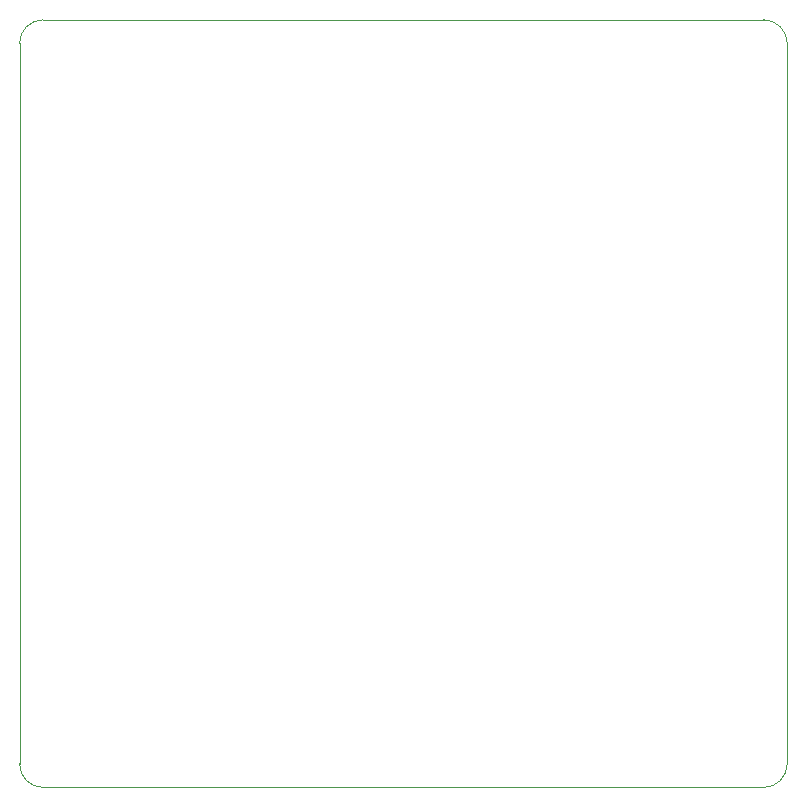
<source format=gbr>
G04 #@! TF.GenerationSoftware,KiCad,Pcbnew,(5.1.5)-3*
G04 #@! TF.CreationDate,2022-04-23T22:50:00-04:00*
G04 #@! TF.ProjectId,SailCam_MK5,5361696c-4361-46d5-9f4d-4b352e6b6963,rev?*
G04 #@! TF.SameCoordinates,Original*
G04 #@! TF.FileFunction,Profile,NP*
%FSLAX46Y46*%
G04 Gerber Fmt 4.6, Leading zero omitted, Abs format (unit mm)*
G04 Created by KiCad (PCBNEW (5.1.5)-3) date 2022-04-23 22:50:00*
%MOMM*%
%LPD*%
G04 APERTURE LIST*
%ADD10C,0.050000*%
G04 APERTURE END LIST*
D10*
X164840000Y-126410000D02*
G75*
G02X162840000Y-128410000I-2000000J0D01*
G01*
X101840000Y-128410000D02*
G75*
G02X99840000Y-126410000I0J2000000D01*
G01*
X99840000Y-65410000D02*
G75*
G02X101840000Y-63410000I2000000J0D01*
G01*
X162840000Y-63410000D02*
G75*
G02X164840000Y-65410000I0J-2000000D01*
G01*
X99840000Y-65410000D02*
X99840000Y-126410000D01*
X162840000Y-63410000D02*
X101840000Y-63410000D01*
X164840000Y-126410000D02*
X164840000Y-65410000D01*
X101840000Y-128410000D02*
X162840000Y-128410000D01*
M02*

</source>
